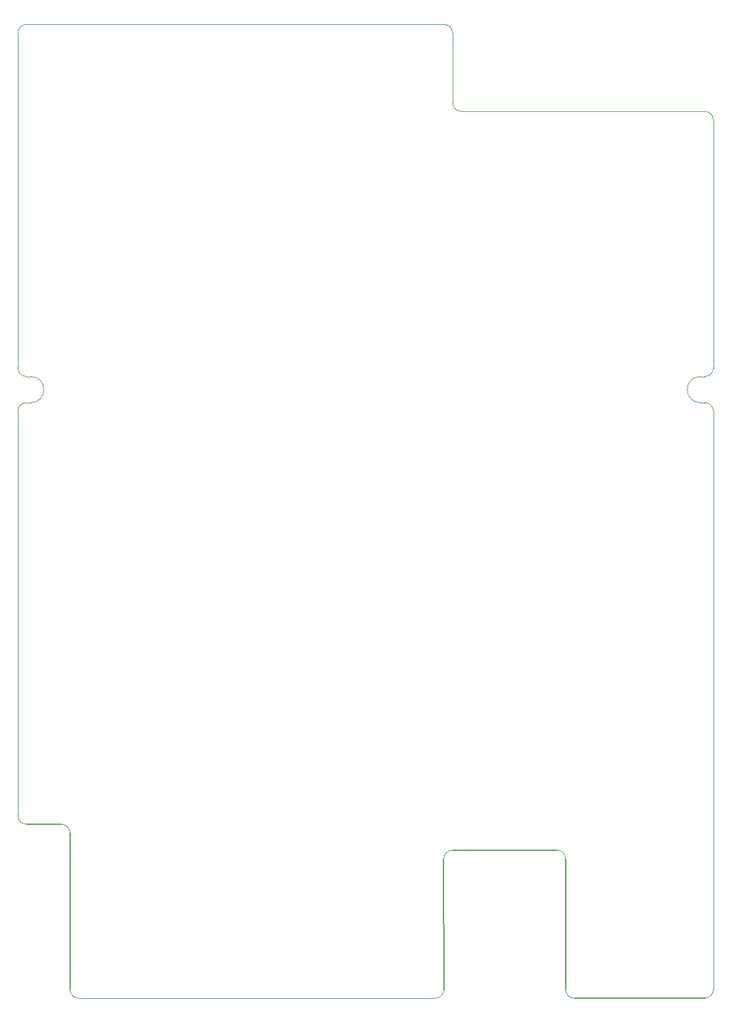
<source format=gm1>
G04 #@! TF.FileFunction,Profile,NP*
%FSLAX46Y46*%
G04 Gerber Fmt 4.6, Leading zero omitted, Abs format (unit mm)*
G04 Created by KiCad (PCBNEW 4.0.7) date Thursday, June 21, 2018 'PMt' 03:52:58 PM*
%MOMM*%
%LPD*%
G01*
G04 APERTURE LIST*
%ADD10C,0.020000*%
%ADD11C,0.100000*%
%ADD12C,0.150000*%
G04 APERTURE END LIST*
D10*
D11*
X27927300Y-67271900D02*
G75*
G02X29222700Y-68567300I0J-1295400D01*
G01*
X11417300Y-68567300D02*
G75*
G02X12687300Y-67297300I1270000J0D01*
G01*
X-44437300Y-63512700D02*
G75*
G02X-43167300Y-64782700I0J-1270000D01*
G01*
X11442700Y-87642700D02*
G75*
G02X10172700Y-88912700I-1270000J0D01*
G01*
X30467300Y-88912700D02*
G75*
G02X29197300Y-87642700I0J1270000D01*
G01*
D12*
X30480000Y-88900000D02*
X49530000Y-88900000D01*
D11*
X-41922700Y-88887300D02*
G75*
G02X-43192700Y-87617300I0J1270000D01*
G01*
D12*
X-43167300Y-64782700D02*
X-43180000Y-87630000D01*
X-49530000Y-63500000D02*
X-44437300Y-63512700D01*
X29222700Y-68567300D02*
X29210000Y-87630000D01*
X12687300Y-67297300D02*
X27927300Y-67297300D01*
X11430000Y-87630000D02*
X11417300Y-68567300D01*
D11*
X-50800000Y-3175000D02*
G75*
G02X-49530000Y-1905000I1270000J0D01*
G01*
X-49530000Y-1905000D02*
X-48895000Y-1905000D01*
X-48895000Y1905000D02*
G75*
G02X-48895000Y-1905000I0J-1905000D01*
G01*
X-48895000Y1905000D02*
X-49530000Y1905000D01*
X-49530000Y1905000D02*
G75*
G02X-50800000Y3175000I0J1270000D01*
G01*
X-50800000Y52070000D02*
X-50800000Y3175000D01*
X-50800000Y52070000D02*
G75*
G02X-49530000Y53340000I1270000J0D01*
G01*
X11430000Y53340000D02*
X-49530000Y53340000D01*
X11430000Y53340000D02*
G75*
G02X12700000Y52070000I0J-1270000D01*
G01*
X12700000Y52070000D02*
X12700000Y41910000D01*
X13970000Y40640000D02*
G75*
G02X12700000Y41910000I0J1270000D01*
G01*
X13970000Y40640000D02*
X49530000Y40640000D01*
X49530000Y40640000D02*
G75*
G02X50800000Y39370000I0J-1270000D01*
G01*
X50800000Y3175000D02*
X50800000Y39370000D01*
X50800000Y3175000D02*
G75*
G02X49530000Y1905000I-1270000J0D01*
G01*
X48895000Y1905000D02*
X49530000Y1905000D01*
X48895000Y-1905000D02*
G75*
G02X48895000Y1905000I0J1905000D01*
G01*
X49530000Y-1905000D02*
X48895000Y-1905000D01*
X49530000Y-1905000D02*
G75*
G02X50800000Y-3175000I0J-1270000D01*
G01*
X50800000Y-87630000D02*
X50800000Y-3175000D01*
X50800000Y-87630000D02*
G75*
G02X49530000Y-88900000I-1270000J0D01*
G01*
X-41910000Y-88900000D02*
X10160000Y-88900000D01*
X-49517300Y-63512700D02*
G75*
G02X-50787300Y-62242700I0J1270000D01*
G01*
X-50800000Y-3175000D02*
X-50800000Y-62230000D01*
M02*

</source>
